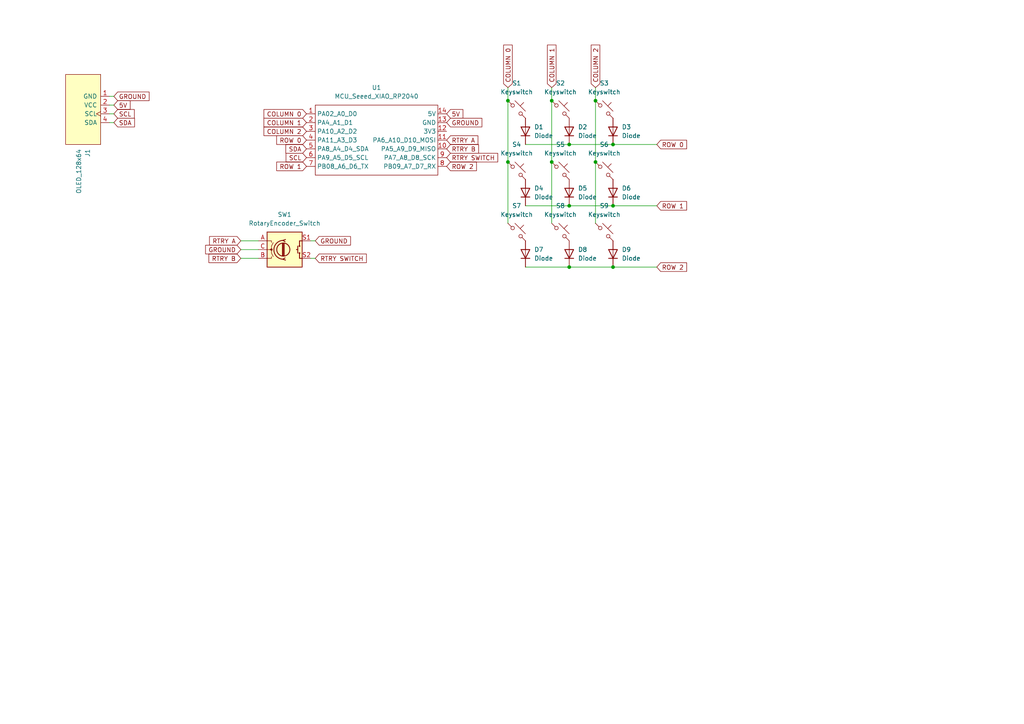
<source format=kicad_sch>
(kicad_sch
	(version 20231120)
	(generator "eeschema")
	(generator_version "8.0")
	(uuid "5de33897-e333-47fa-bc0c-7895067df0f4")
	(paper "A4")
	(lib_symbols
		(symbol "Device:RotaryEncoder_Switch"
			(pin_names
				(offset 0.254) hide)
			(exclude_from_sim no)
			(in_bom yes)
			(on_board yes)
			(property "Reference" "SW"
				(at 0 6.604 0)
				(effects
					(font
						(size 1.27 1.27)
					)
				)
			)
			(property "Value" "RotaryEncoder_Switch"
				(at 0 -6.604 0)
				(effects
					(font
						(size 1.27 1.27)
					)
				)
			)
			(property "Footprint" ""
				(at -3.81 4.064 0)
				(effects
					(font
						(size 1.27 1.27)
					)
					(hide yes)
				)
			)
			(property "Datasheet" "~"
				(at 0 6.604 0)
				(effects
					(font
						(size 1.27 1.27)
					)
					(hide yes)
				)
			)
			(property "Description" "Rotary encoder, dual channel, incremental quadrate outputs, with switch"
				(at 0 0 0)
				(effects
					(font
						(size 1.27 1.27)
					)
					(hide yes)
				)
			)
			(property "ki_keywords" "rotary switch encoder switch push button"
				(at 0 0 0)
				(effects
					(font
						(size 1.27 1.27)
					)
					(hide yes)
				)
			)
			(property "ki_fp_filters" "RotaryEncoder*Switch*"
				(at 0 0 0)
				(effects
					(font
						(size 1.27 1.27)
					)
					(hide yes)
				)
			)
			(symbol "RotaryEncoder_Switch_0_1"
				(rectangle
					(start -5.08 5.08)
					(end 5.08 -5.08)
					(stroke
						(width 0.254)
						(type default)
					)
					(fill
						(type background)
					)
				)
				(circle
					(center -3.81 0)
					(radius 0.254)
					(stroke
						(width 0)
						(type default)
					)
					(fill
						(type outline)
					)
				)
				(circle
					(center -0.381 0)
					(radius 1.905)
					(stroke
						(width 0.254)
						(type default)
					)
					(fill
						(type none)
					)
				)
				(arc
					(start -0.381 2.667)
					(mid -3.0988 -0.0635)
					(end -0.381 -2.794)
					(stroke
						(width 0.254)
						(type default)
					)
					(fill
						(type none)
					)
				)
				(polyline
					(pts
						(xy -0.635 -1.778) (xy -0.635 1.778)
					)
					(stroke
						(width 0.254)
						(type default)
					)
					(fill
						(type none)
					)
				)
				(polyline
					(pts
						(xy -0.381 -1.778) (xy -0.381 1.778)
					)
					(stroke
						(width 0.254)
						(type default)
					)
					(fill
						(type none)
					)
				)
				(polyline
					(pts
						(xy -0.127 1.778) (xy -0.127 -1.778)
					)
					(stroke
						(width 0.254)
						(type default)
					)
					(fill
						(type none)
					)
				)
				(polyline
					(pts
						(xy 3.81 0) (xy 3.429 0)
					)
					(stroke
						(width 0.254)
						(type default)
					)
					(fill
						(type none)
					)
				)
				(polyline
					(pts
						(xy 3.81 1.016) (xy 3.81 -1.016)
					)
					(stroke
						(width 0.254)
						(type default)
					)
					(fill
						(type none)
					)
				)
				(polyline
					(pts
						(xy -5.08 -2.54) (xy -3.81 -2.54) (xy -3.81 -2.032)
					)
					(stroke
						(width 0)
						(type default)
					)
					(fill
						(type none)
					)
				)
				(polyline
					(pts
						(xy -5.08 2.54) (xy -3.81 2.54) (xy -3.81 2.032)
					)
					(stroke
						(width 0)
						(type default)
					)
					(fill
						(type none)
					)
				)
				(polyline
					(pts
						(xy 0.254 -3.048) (xy -0.508 -2.794) (xy 0.127 -2.413)
					)
					(stroke
						(width 0.254)
						(type default)
					)
					(fill
						(type none)
					)
				)
				(polyline
					(pts
						(xy 0.254 2.921) (xy -0.508 2.667) (xy 0.127 2.286)
					)
					(stroke
						(width 0.254)
						(type default)
					)
					(fill
						(type none)
					)
				)
				(polyline
					(pts
						(xy 5.08 -2.54) (xy 4.318 -2.54) (xy 4.318 -1.016)
					)
					(stroke
						(width 0.254)
						(type default)
					)
					(fill
						(type none)
					)
				)
				(polyline
					(pts
						(xy 5.08 2.54) (xy 4.318 2.54) (xy 4.318 1.016)
					)
					(stroke
						(width 0.254)
						(type default)
					)
					(fill
						(type none)
					)
				)
				(polyline
					(pts
						(xy -5.08 0) (xy -3.81 0) (xy -3.81 -1.016) (xy -3.302 -2.032)
					)
					(stroke
						(width 0)
						(type default)
					)
					(fill
						(type none)
					)
				)
				(polyline
					(pts
						(xy -4.318 0) (xy -3.81 0) (xy -3.81 1.016) (xy -3.302 2.032)
					)
					(stroke
						(width 0)
						(type default)
					)
					(fill
						(type none)
					)
				)
				(circle
					(center 4.318 -1.016)
					(radius 0.127)
					(stroke
						(width 0.254)
						(type default)
					)
					(fill
						(type none)
					)
				)
				(circle
					(center 4.318 1.016)
					(radius 0.127)
					(stroke
						(width 0.254)
						(type default)
					)
					(fill
						(type none)
					)
				)
			)
			(symbol "RotaryEncoder_Switch_1_1"
				(pin passive line
					(at -7.62 2.54 0)
					(length 2.54)
					(name "A"
						(effects
							(font
								(size 1.27 1.27)
							)
						)
					)
					(number "A"
						(effects
							(font
								(size 1.27 1.27)
							)
						)
					)
				)
				(pin passive line
					(at -7.62 -2.54 0)
					(length 2.54)
					(name "B"
						(effects
							(font
								(size 1.27 1.27)
							)
						)
					)
					(number "B"
						(effects
							(font
								(size 1.27 1.27)
							)
						)
					)
				)
				(pin passive line
					(at -7.62 0 0)
					(length 2.54)
					(name "C"
						(effects
							(font
								(size 1.27 1.27)
							)
						)
					)
					(number "C"
						(effects
							(font
								(size 1.27 1.27)
							)
						)
					)
				)
				(pin passive line
					(at 7.62 2.54 180)
					(length 2.54)
					(name "S1"
						(effects
							(font
								(size 1.27 1.27)
							)
						)
					)
					(number "S1"
						(effects
							(font
								(size 1.27 1.27)
							)
						)
					)
				)
				(pin passive line
					(at 7.62 -2.54 180)
					(length 2.54)
					(name "S2"
						(effects
							(font
								(size 1.27 1.27)
							)
						)
					)
					(number "S2"
						(effects
							(font
								(size 1.27 1.27)
							)
						)
					)
				)
			)
		)
		(symbol "ScottoKeebs:MCU_Seeed_XIAO_RP2040"
			(exclude_from_sim no)
			(in_bom yes)
			(on_board yes)
			(property "Reference" "U"
				(at -16.51 11.43 0)
				(effects
					(font
						(size 1.27 1.27)
					)
				)
			)
			(property "Value" "MCU_Seeed_XIAO_RP2040"
				(at -3.81 -11.43 0)
				(effects
					(font
						(size 1.27 1.27)
					)
				)
			)
			(property "Footprint" ""
				(at -16.51 2.54 0)
				(effects
					(font
						(size 1.27 1.27)
					)
					(hide yes)
				)
			)
			(property "Datasheet" ""
				(at -16.51 2.54 0)
				(effects
					(font
						(size 1.27 1.27)
					)
					(hide yes)
				)
			)
			(property "Description" ""
				(at 0 0 0)
				(effects
					(font
						(size 1.27 1.27)
					)
					(hide yes)
				)
			)
			(symbol "MCU_Seeed_XIAO_RP2040_0_1"
				(rectangle
					(start -16.51 10.16)
					(end 19.05 -10.16)
					(stroke
						(width 0)
						(type default)
					)
					(fill
						(type none)
					)
				)
			)
			(symbol "MCU_Seeed_XIAO_RP2040_1_1"
				(pin passive line
					(at -19.05 7.62 0)
					(length 2.54)
					(name "PA02_A0_D0"
						(effects
							(font
								(size 1.27 1.27)
							)
						)
					)
					(number "1"
						(effects
							(font
								(size 1.27 1.27)
							)
						)
					)
				)
				(pin passive line
					(at 21.59 -2.54 180)
					(length 2.54)
					(name "PA5_A9_D9_MISO"
						(effects
							(font
								(size 1.27 1.27)
							)
						)
					)
					(number "10"
						(effects
							(font
								(size 1.27 1.27)
							)
						)
					)
				)
				(pin passive line
					(at 21.59 0 180)
					(length 2.54)
					(name "PA6_A10_D10_MOSI"
						(effects
							(font
								(size 1.27 1.27)
							)
						)
					)
					(number "11"
						(effects
							(font
								(size 1.27 1.27)
							)
						)
					)
				)
				(pin passive line
					(at 21.59 2.54 180)
					(length 2.54)
					(name "3V3"
						(effects
							(font
								(size 1.27 1.27)
							)
						)
					)
					(number "12"
						(effects
							(font
								(size 1.27 1.27)
							)
						)
					)
				)
				(pin passive line
					(at 21.59 5.08 180)
					(length 2.54)
					(name "GND"
						(effects
							(font
								(size 1.27 1.27)
							)
						)
					)
					(number "13"
						(effects
							(font
								(size 1.27 1.27)
							)
						)
					)
				)
				(pin passive line
					(at 21.59 7.62 180)
					(length 2.54)
					(name "5V"
						(effects
							(font
								(size 1.27 1.27)
							)
						)
					)
					(number "14"
						(effects
							(font
								(size 1.27 1.27)
							)
						)
					)
				)
				(pin passive line
					(at -19.05 5.08 0)
					(length 2.54)
					(name "PA4_A1_D1"
						(effects
							(font
								(size 1.27 1.27)
							)
						)
					)
					(number "2"
						(effects
							(font
								(size 1.27 1.27)
							)
						)
					)
				)
				(pin passive line
					(at -19.05 2.54 0)
					(length 2.54)
					(name "PA10_A2_D2"
						(effects
							(font
								(size 1.27 1.27)
							)
						)
					)
					(number "3"
						(effects
							(font
								(size 1.27 1.27)
							)
						)
					)
				)
				(pin passive line
					(at -19.05 0 0)
					(length 2.54)
					(name "PA11_A3_D3"
						(effects
							(font
								(size 1.27 1.27)
							)
						)
					)
					(number "4"
						(effects
							(font
								(size 1.27 1.27)
							)
						)
					)
				)
				(pin passive line
					(at -19.05 -2.54 0)
					(length 2.54)
					(name "PA8_A4_D4_SDA"
						(effects
							(font
								(size 1.27 1.27)
							)
						)
					)
					(number "5"
						(effects
							(font
								(size 1.27 1.27)
							)
						)
					)
				)
				(pin passive line
					(at -19.05 -5.08 0)
					(length 2.54)
					(name "PA9_A5_D5_SCL"
						(effects
							(font
								(size 1.27 1.27)
							)
						)
					)
					(number "6"
						(effects
							(font
								(size 1.27 1.27)
							)
						)
					)
				)
				(pin passive line
					(at -19.05 -7.62 0)
					(length 2.54)
					(name "PB08_A6_D6_TX"
						(effects
							(font
								(size 1.27 1.27)
							)
						)
					)
					(number "7"
						(effects
							(font
								(size 1.27 1.27)
							)
						)
					)
				)
				(pin passive line
					(at 21.59 -7.62 180)
					(length 2.54)
					(name "PB09_A7_D7_RX"
						(effects
							(font
								(size 1.27 1.27)
							)
						)
					)
					(number "8"
						(effects
							(font
								(size 1.27 1.27)
							)
						)
					)
				)
				(pin passive line
					(at 21.59 -5.08 180)
					(length 2.54)
					(name "PA7_A8_D8_SCK"
						(effects
							(font
								(size 1.27 1.27)
							)
						)
					)
					(number "9"
						(effects
							(font
								(size 1.27 1.27)
							)
						)
					)
				)
			)
		)
		(symbol "ScottoKeebs:OLED_128x64"
			(pin_names
				(offset 1.016)
			)
			(exclude_from_sim no)
			(in_bom yes)
			(on_board yes)
			(property "Reference" "J"
				(at 0 -11.43 0)
				(effects
					(font
						(size 1.27 1.27)
					)
				)
			)
			(property "Value" "OLED_128x64"
				(at 0 -7.62 0)
				(effects
					(font
						(size 1.27 1.27)
					)
				)
			)
			(property "Footprint" "ScottoKeebs_Components:OLED_128x64"
				(at 0 -13.97 0)
				(effects
					(font
						(size 1.27 1.27)
					)
					(hide yes)
				)
			)
			(property "Datasheet" ""
				(at 1.27 0 90)
				(effects
					(font
						(size 1.27 1.27)
					)
					(hide yes)
				)
			)
			(property "Description" ""
				(at 0 0 0)
				(effects
					(font
						(size 1.27 1.27)
					)
					(hide yes)
				)
			)
			(symbol "OLED_128x64_0_1"
				(rectangle
					(start 10.16 -10.16)
					(end -10.16 0)
					(stroke
						(width 0)
						(type default)
					)
					(fill
						(type background)
					)
				)
			)
			(symbol "OLED_128x64_1_1"
				(pin power_in line
					(at -3.81 2.54 270)
					(length 2.54)
					(name "GND"
						(effects
							(font
								(size 1.27 1.27)
							)
						)
					)
					(number "1"
						(effects
							(font
								(size 1.27 1.27)
							)
						)
					)
				)
				(pin power_in line
					(at -1.27 2.54 270)
					(length 2.54)
					(name "VCC"
						(effects
							(font
								(size 1.27 1.27)
							)
						)
					)
					(number "2"
						(effects
							(font
								(size 1.27 1.27)
							)
						)
					)
				)
				(pin input clock
					(at 1.27 2.54 270)
					(length 2.54)
					(name "SCL"
						(effects
							(font
								(size 1.27 1.27)
							)
						)
					)
					(number "3"
						(effects
							(font
								(size 1.27 1.27)
							)
						)
					)
				)
				(pin bidirectional line
					(at 3.81 2.54 270)
					(length 2.54)
					(name "SDA"
						(effects
							(font
								(size 1.27 1.27)
							)
						)
					)
					(number "4"
						(effects
							(font
								(size 1.27 1.27)
							)
						)
					)
				)
			)
		)
		(symbol "ScottoKeebs:Placeholder_Diode"
			(pin_numbers hide)
			(pin_names hide)
			(exclude_from_sim no)
			(in_bom yes)
			(on_board yes)
			(property "Reference" "D"
				(at 0 2.54 0)
				(effects
					(font
						(size 1.27 1.27)
					)
				)
			)
			(property "Value" "Diode"
				(at 0 -2.54 0)
				(effects
					(font
						(size 1.27 1.27)
					)
				)
			)
			(property "Footprint" ""
				(at 0 0 0)
				(effects
					(font
						(size 1.27 1.27)
					)
					(hide yes)
				)
			)
			(property "Datasheet" ""
				(at 0 0 0)
				(effects
					(font
						(size 1.27 1.27)
					)
					(hide yes)
				)
			)
			(property "Description" "1N4148 (DO-35) or 1N4148W (SOD-123)"
				(at 0 0 0)
				(effects
					(font
						(size 1.27 1.27)
					)
					(hide yes)
				)
			)
			(property "Sim.Device" "D"
				(at 0 0 0)
				(effects
					(font
						(size 1.27 1.27)
					)
					(hide yes)
				)
			)
			(property "Sim.Pins" "1=K 2=A"
				(at 0 0 0)
				(effects
					(font
						(size 1.27 1.27)
					)
					(hide yes)
				)
			)
			(property "ki_keywords" "diode"
				(at 0 0 0)
				(effects
					(font
						(size 1.27 1.27)
					)
					(hide yes)
				)
			)
			(property "ki_fp_filters" "D*DO?35*"
				(at 0 0 0)
				(effects
					(font
						(size 1.27 1.27)
					)
					(hide yes)
				)
			)
			(symbol "Placeholder_Diode_0_1"
				(polyline
					(pts
						(xy -1.27 1.27) (xy -1.27 -1.27)
					)
					(stroke
						(width 0.254)
						(type default)
					)
					(fill
						(type none)
					)
				)
				(polyline
					(pts
						(xy 1.27 0) (xy -1.27 0)
					)
					(stroke
						(width 0)
						(type default)
					)
					(fill
						(type none)
					)
				)
				(polyline
					(pts
						(xy 1.27 1.27) (xy 1.27 -1.27) (xy -1.27 0) (xy 1.27 1.27)
					)
					(stroke
						(width 0.254)
						(type default)
					)
					(fill
						(type none)
					)
				)
			)
			(symbol "Placeholder_Diode_1_1"
				(pin passive line
					(at -3.81 0 0)
					(length 2.54)
					(name "K"
						(effects
							(font
								(size 1.27 1.27)
							)
						)
					)
					(number "1"
						(effects
							(font
								(size 1.27 1.27)
							)
						)
					)
				)
				(pin passive line
					(at 3.81 0 180)
					(length 2.54)
					(name "A"
						(effects
							(font
								(size 1.27 1.27)
							)
						)
					)
					(number "2"
						(effects
							(font
								(size 1.27 1.27)
							)
						)
					)
				)
			)
		)
		(symbol "ScottoKeebs:Placeholder_Keyswitch"
			(pin_numbers hide)
			(pin_names
				(offset 1.016) hide)
			(exclude_from_sim no)
			(in_bom yes)
			(on_board yes)
			(property "Reference" "S"
				(at 3.048 1.016 0)
				(effects
					(font
						(size 1.27 1.27)
					)
					(justify left)
				)
			)
			(property "Value" "Keyswitch"
				(at 0 -3.81 0)
				(effects
					(font
						(size 1.27 1.27)
					)
				)
			)
			(property "Footprint" ""
				(at 0 0 0)
				(effects
					(font
						(size 1.27 1.27)
					)
					(hide yes)
				)
			)
			(property "Datasheet" "~"
				(at 0 0 0)
				(effects
					(font
						(size 1.27 1.27)
					)
					(hide yes)
				)
			)
			(property "Description" "Push button switch, normally open, two pins, 45° tilted"
				(at 0 0 0)
				(effects
					(font
						(size 1.27 1.27)
					)
					(hide yes)
				)
			)
			(property "ki_keywords" "switch normally-open pushbutton push-button"
				(at 0 0 0)
				(effects
					(font
						(size 1.27 1.27)
					)
					(hide yes)
				)
			)
			(symbol "Placeholder_Keyswitch_0_1"
				(circle
					(center -1.1684 1.1684)
					(radius 0.508)
					(stroke
						(width 0)
						(type default)
					)
					(fill
						(type none)
					)
				)
				(polyline
					(pts
						(xy -0.508 2.54) (xy 2.54 -0.508)
					)
					(stroke
						(width 0)
						(type default)
					)
					(fill
						(type none)
					)
				)
				(polyline
					(pts
						(xy 1.016 1.016) (xy 2.032 2.032)
					)
					(stroke
						(width 0)
						(type default)
					)
					(fill
						(type none)
					)
				)
				(polyline
					(pts
						(xy -2.54 2.54) (xy -1.524 1.524) (xy -1.524 1.524)
					)
					(stroke
						(width 0)
						(type default)
					)
					(fill
						(type none)
					)
				)
				(polyline
					(pts
						(xy 1.524 -1.524) (xy 2.54 -2.54) (xy 2.54 -2.54) (xy 2.54 -2.54)
					)
					(stroke
						(width 0)
						(type default)
					)
					(fill
						(type none)
					)
				)
				(circle
					(center 1.143 -1.1938)
					(radius 0.508)
					(stroke
						(width 0)
						(type default)
					)
					(fill
						(type none)
					)
				)
				(pin passive line
					(at -2.54 2.54 0)
					(length 0)
					(name "1"
						(effects
							(font
								(size 1.27 1.27)
							)
						)
					)
					(number "1"
						(effects
							(font
								(size 1.27 1.27)
							)
						)
					)
				)
				(pin passive line
					(at 2.54 -2.54 180)
					(length 0)
					(name "2"
						(effects
							(font
								(size 1.27 1.27)
							)
						)
					)
					(number "2"
						(effects
							(font
								(size 1.27 1.27)
							)
						)
					)
				)
			)
		)
	)
	(junction
		(at 177.8 59.69)
		(diameter 0)
		(color 0 0 0 0)
		(uuid "1dd153e5-eded-4fea-b6a4-3a7f8c2d8b5d")
	)
	(junction
		(at 172.72 29.21)
		(diameter 0)
		(color 0 0 0 0)
		(uuid "35b1f211-f021-4729-a53f-d0a17e32140c")
	)
	(junction
		(at 147.32 29.21)
		(diameter 0)
		(color 0 0 0 0)
		(uuid "41944458-5d98-4d1d-80d1-360450312d70")
	)
	(junction
		(at 160.02 29.21)
		(diameter 0)
		(color 0 0 0 0)
		(uuid "490f29c8-ceb3-4056-8d45-77647c9492e3")
	)
	(junction
		(at 165.1 41.91)
		(diameter 0)
		(color 0 0 0 0)
		(uuid "571ecba9-9e7e-40d8-b39c-17ab4ac5113c")
	)
	(junction
		(at 177.8 41.91)
		(diameter 0)
		(color 0 0 0 0)
		(uuid "78ec05d6-d8fd-437a-ae3b-07a348ad4671")
	)
	(junction
		(at 172.72 46.99)
		(diameter 0)
		(color 0 0 0 0)
		(uuid "81562528-ce25-4612-9739-bcbbd03d7967")
	)
	(junction
		(at 177.8 77.47)
		(diameter 0)
		(color 0 0 0 0)
		(uuid "9a9bc289-c039-45ba-a1bb-25db4fc6ce2a")
	)
	(junction
		(at 147.32 46.99)
		(diameter 0)
		(color 0 0 0 0)
		(uuid "a8e887fd-2830-424f-9bef-09ed38300f92")
	)
	(junction
		(at 165.1 77.47)
		(diameter 0)
		(color 0 0 0 0)
		(uuid "ab77277a-4e6b-479d-a2f0-b6558e4d8757")
	)
	(junction
		(at 165.1 59.69)
		(diameter 0)
		(color 0 0 0 0)
		(uuid "c54d3d2d-d548-40e4-90be-ffd9fd56231c")
	)
	(junction
		(at 160.02 46.99)
		(diameter 0)
		(color 0 0 0 0)
		(uuid "e17c7570-ff17-4491-a3fb-1d13b3ca3ce8")
	)
	(wire
		(pts
			(xy 152.4 77.47) (xy 165.1 77.47)
		)
		(stroke
			(width 0)
			(type default)
		)
		(uuid "01b1ff93-222c-432a-ae7a-b438fd2436ea")
	)
	(wire
		(pts
			(xy 160.02 46.99) (xy 160.02 64.77)
		)
		(stroke
			(width 0)
			(type default)
		)
		(uuid "05c2dc60-026f-4c35-ac9c-ce928aa5af07")
	)
	(wire
		(pts
			(xy 172.72 25.4) (xy 172.72 29.21)
		)
		(stroke
			(width 0)
			(type default)
		)
		(uuid "1971e852-e358-404f-8627-688cf0f287ab")
	)
	(wire
		(pts
			(xy 165.1 59.69) (xy 177.8 59.69)
		)
		(stroke
			(width 0)
			(type default)
		)
		(uuid "1b10d8d4-3680-4e6b-91e5-3b30e4b6a990")
	)
	(wire
		(pts
			(xy 147.32 25.4) (xy 147.32 29.21)
		)
		(stroke
			(width 0)
			(type default)
		)
		(uuid "22389911-e6cd-408e-90ac-8bef46255a70")
	)
	(wire
		(pts
			(xy 160.02 25.4) (xy 160.02 29.21)
		)
		(stroke
			(width 0)
			(type default)
		)
		(uuid "31376a4e-d89b-42f1-b677-4d74465e37bf")
	)
	(wire
		(pts
			(xy 33.02 35.56) (xy 31.75 35.56)
		)
		(stroke
			(width 0)
			(type default)
		)
		(uuid "42a7d738-6532-4572-a7d6-a9c29ed92a6d")
	)
	(wire
		(pts
			(xy 147.32 29.21) (xy 147.32 46.99)
		)
		(stroke
			(width 0)
			(type default)
		)
		(uuid "5e8fe7b7-9b7f-4468-b914-1094ec79e8da")
	)
	(wire
		(pts
			(xy 69.85 69.85) (xy 74.93 69.85)
		)
		(stroke
			(width 0)
			(type default)
		)
		(uuid "692aa4b3-b9f6-4e93-a6dd-85ae0090a49e")
	)
	(wire
		(pts
			(xy 152.4 59.69) (xy 165.1 59.69)
		)
		(stroke
			(width 0)
			(type default)
		)
		(uuid "6db74d71-6202-4330-8adc-8bb5a9756796")
	)
	(wire
		(pts
			(xy 91.44 69.85) (xy 90.17 69.85)
		)
		(stroke
			(width 0)
			(type default)
		)
		(uuid "6f73e35e-883e-4bcd-bcd7-1e7e772b3cf8")
	)
	(wire
		(pts
			(xy 152.4 41.91) (xy 165.1 41.91)
		)
		(stroke
			(width 0)
			(type default)
		)
		(uuid "7755bbb1-a957-4502-9c19-9345580cf041")
	)
	(wire
		(pts
			(xy 31.75 27.94) (xy 33.02 27.94)
		)
		(stroke
			(width 0)
			(type default)
		)
		(uuid "85b512e9-01d7-453c-baa6-d19b2c1fbde3")
	)
	(wire
		(pts
			(xy 91.44 74.93) (xy 90.17 74.93)
		)
		(stroke
			(width 0)
			(type default)
		)
		(uuid "90b550f5-4206-486e-a848-8a0a1f27018b")
	)
	(wire
		(pts
			(xy 165.1 77.47) (xy 177.8 77.47)
		)
		(stroke
			(width 0)
			(type default)
		)
		(uuid "94aef82f-82e8-4ed5-805c-ff54b31dfd45")
	)
	(wire
		(pts
			(xy 69.85 72.39) (xy 74.93 72.39)
		)
		(stroke
			(width 0)
			(type default)
		)
		(uuid "9e252f0a-550f-4198-900f-fa829fb33fbc")
	)
	(wire
		(pts
			(xy 190.5 41.91) (xy 177.8 41.91)
		)
		(stroke
			(width 0)
			(type default)
		)
		(uuid "a23ad6ae-08e7-46f2-b54c-312cd2820db8")
	)
	(wire
		(pts
			(xy 177.8 77.47) (xy 190.5 77.47)
		)
		(stroke
			(width 0)
			(type default)
		)
		(uuid "ab353e68-3006-4548-b451-e6326c26ab22")
	)
	(wire
		(pts
			(xy 165.1 41.91) (xy 177.8 41.91)
		)
		(stroke
			(width 0)
			(type default)
		)
		(uuid "b6d76e52-9835-4a89-8c11-727fd2ab8d10")
	)
	(wire
		(pts
			(xy 160.02 29.21) (xy 160.02 46.99)
		)
		(stroke
			(width 0)
			(type default)
		)
		(uuid "bec8b9ae-51d2-4a62-a4d4-d68e8dadca35")
	)
	(wire
		(pts
			(xy 33.02 30.48) (xy 31.75 30.48)
		)
		(stroke
			(width 0)
			(type default)
		)
		(uuid "c1cd67c8-10b3-4586-9876-f2063970887f")
	)
	(wire
		(pts
			(xy 177.8 59.69) (xy 190.5 59.69)
		)
		(stroke
			(width 0)
			(type default)
		)
		(uuid "dbb57025-21e3-4724-935c-1b49e73f9359")
	)
	(wire
		(pts
			(xy 172.72 29.21) (xy 172.72 46.99)
		)
		(stroke
			(width 0)
			(type default)
		)
		(uuid "df13bd9c-4d0a-4fb7-a088-d1e9e51f665d")
	)
	(wire
		(pts
			(xy 172.72 46.99) (xy 172.72 64.77)
		)
		(stroke
			(width 0)
			(type default)
		)
		(uuid "e605d19c-72d4-4a86-ae56-10b4c433b487")
	)
	(wire
		(pts
			(xy 69.85 74.93) (xy 74.93 74.93)
		)
		(stroke
			(width 0)
			(type default)
		)
		(uuid "e99bd34d-45bb-4a3a-ac27-5def614457db")
	)
	(wire
		(pts
			(xy 147.32 46.99) (xy 147.32 64.77)
		)
		(stroke
			(width 0)
			(type default)
		)
		(uuid "eeb8b5c0-837a-4430-a427-10907482883a")
	)
	(wire
		(pts
			(xy 33.02 33.02) (xy 31.75 33.02)
		)
		(stroke
			(width 0)
			(type default)
		)
		(uuid "f43699f1-4369-4550-8608-b39215f24d5d")
	)
	(global_label "RTRY A"
		(shape input)
		(at 129.54 40.64 0)
		(fields_autoplaced yes)
		(effects
			(font
				(size 1.27 1.27)
			)
			(justify left)
		)
		(uuid "1926caec-fa07-4b87-a7b4-f3c22719ea25")
		(property "Intersheetrefs" "${INTERSHEET_REFS}"
			(at 139.1776 40.64 0)
			(effects
				(font
					(size 1.27 1.27)
				)
				(justify left)
				(hide yes)
			)
		)
	)
	(global_label "SDA"
		(shape input)
		(at 33.02 35.56 0)
		(fields_autoplaced yes)
		(effects
			(font
				(size 1.27 1.27)
			)
			(justify left)
		)
		(uuid "2e02f802-a738-4755-9bfa-a075fb8fedd1")
		(property "Intersheetrefs" "${INTERSHEET_REFS}"
			(at 39.5733 35.56 0)
			(effects
				(font
					(size 1.27 1.27)
				)
				(justify left)
				(hide yes)
			)
		)
	)
	(global_label "ROW 1"
		(shape input)
		(at 190.5 59.69 0)
		(fields_autoplaced yes)
		(effects
			(font
				(size 1.27 1.27)
			)
			(justify left)
		)
		(uuid "3486d40a-72a8-4e31-85ef-616cca7fd28d")
		(property "Intersheetrefs" "${INTERSHEET_REFS}"
			(at 199.7142 59.69 0)
			(effects
				(font
					(size 1.27 1.27)
				)
				(justify left)
				(hide yes)
			)
		)
	)
	(global_label "COLUMN 0"
		(shape input)
		(at 147.32 25.4 90)
		(fields_autoplaced yes)
		(effects
			(font
				(size 1.27 1.27)
			)
			(justify left)
		)
		(uuid "3a89991f-4640-492f-aa0f-53575e90eb8b")
		(property "Intersheetrefs" "${INTERSHEET_REFS}"
			(at 147.32 12.4967 90)
			(effects
				(font
					(size 1.27 1.27)
				)
				(justify left)
				(hide yes)
			)
		)
	)
	(global_label "GROUND"
		(shape input)
		(at 69.85 72.39 180)
		(fields_autoplaced yes)
		(effects
			(font
				(size 1.27 1.27)
			)
			(justify right)
		)
		(uuid "58d3181b-df91-4938-861e-1b1d45f8d6d5")
		(property "Intersheetrefs" "${INTERSHEET_REFS}"
			(at 59.0633 72.39 0)
			(effects
				(font
					(size 1.27 1.27)
				)
				(justify right)
				(hide yes)
			)
		)
	)
	(global_label "COLUMN 0"
		(shape input)
		(at 88.9 33.02 180)
		(fields_autoplaced yes)
		(effects
			(font
				(size 1.27 1.27)
			)
			(justify right)
		)
		(uuid "5be7045b-f576-46fe-a2cb-517ff986166f")
		(property "Intersheetrefs" "${INTERSHEET_REFS}"
			(at 75.9967 33.02 0)
			(effects
				(font
					(size 1.27 1.27)
				)
				(justify right)
				(hide yes)
			)
		)
	)
	(global_label "5V"
		(shape input)
		(at 129.54 33.02 0)
		(fields_autoplaced yes)
		(effects
			(font
				(size 1.27 1.27)
			)
			(justify left)
		)
		(uuid "5eb60fc5-0621-41fa-8d1f-8f0f4ec1ce19")
		(property "Intersheetrefs" "${INTERSHEET_REFS}"
			(at 134.8233 33.02 0)
			(effects
				(font
					(size 1.27 1.27)
				)
				(justify left)
				(hide yes)
			)
		)
	)
	(global_label "RTRY A"
		(shape input)
		(at 69.85 69.85 180)
		(fields_autoplaced yes)
		(effects
			(font
				(size 1.27 1.27)
			)
			(justify right)
		)
		(uuid "60d889f9-5818-4913-8bee-ce71669898c7")
		(property "Intersheetrefs" "${INTERSHEET_REFS}"
			(at 60.2124 69.85 0)
			(effects
				(font
					(size 1.27 1.27)
				)
				(justify right)
				(hide yes)
			)
		)
	)
	(global_label "ROW 2"
		(shape input)
		(at 190.5 77.47 0)
		(fields_autoplaced yes)
		(effects
			(font
				(size 1.27 1.27)
			)
			(justify left)
		)
		(uuid "615c9646-5e3b-4d15-90e8-2026bedd104c")
		(property "Intersheetrefs" "${INTERSHEET_REFS}"
			(at 199.7142 77.47 0)
			(effects
				(font
					(size 1.27 1.27)
				)
				(justify left)
				(hide yes)
			)
		)
	)
	(global_label "COLUMN 2"
		(shape input)
		(at 88.9 38.1 180)
		(fields_autoplaced yes)
		(effects
			(font
				(size 1.27 1.27)
			)
			(justify right)
		)
		(uuid "643ca26a-6904-4280-8a0d-6db26258032b")
		(property "Intersheetrefs" "${INTERSHEET_REFS}"
			(at 75.9967 38.1 0)
			(effects
				(font
					(size 1.27 1.27)
				)
				(justify right)
				(hide yes)
			)
		)
	)
	(global_label "5V"
		(shape input)
		(at 33.02 30.48 0)
		(fields_autoplaced yes)
		(effects
			(font
				(size 1.27 1.27)
			)
			(justify left)
		)
		(uuid "6bd981dd-b83b-4ed7-9bd6-42f1da89d310")
		(property "Intersheetrefs" "${INTERSHEET_REFS}"
			(at 38.3033 30.48 0)
			(effects
				(font
					(size 1.27 1.27)
				)
				(justify left)
				(hide yes)
			)
		)
	)
	(global_label "ROW 2"
		(shape input)
		(at 129.54 48.26 0)
		(fields_autoplaced yes)
		(effects
			(font
				(size 1.27 1.27)
			)
			(justify left)
		)
		(uuid "6ddd56d7-ff5b-4488-a84e-b0f686ebe921")
		(property "Intersheetrefs" "${INTERSHEET_REFS}"
			(at 138.7542 48.26 0)
			(effects
				(font
					(size 1.27 1.27)
				)
				(justify left)
				(hide yes)
			)
		)
	)
	(global_label "SCL"
		(shape input)
		(at 33.02 33.02 0)
		(fields_autoplaced yes)
		(effects
			(font
				(size 1.27 1.27)
			)
			(justify left)
		)
		(uuid "75665367-90ff-43b4-ba8e-042c162357e3")
		(property "Intersheetrefs" "${INTERSHEET_REFS}"
			(at 39.5128 33.02 0)
			(effects
				(font
					(size 1.27 1.27)
				)
				(justify left)
				(hide yes)
			)
		)
	)
	(global_label "GROUND"
		(shape input)
		(at 129.54 35.56 0)
		(fields_autoplaced yes)
		(effects
			(font
				(size 1.27 1.27)
			)
			(justify left)
		)
		(uuid "9414ca8a-0b2e-4fb6-ada1-99e22d36d605")
		(property "Intersheetrefs" "${INTERSHEET_REFS}"
			(at 140.3267 35.56 0)
			(effects
				(font
					(size 1.27 1.27)
				)
				(justify left)
				(hide yes)
			)
		)
	)
	(global_label "RTRY SWITCH"
		(shape input)
		(at 129.54 45.72 0)
		(fields_autoplaced yes)
		(effects
			(font
				(size 1.27 1.27)
			)
			(justify left)
		)
		(uuid "9c652cc0-6cf0-4362-9395-7f1f2ff77579")
		(property "Intersheetrefs" "${INTERSHEET_REFS}"
			(at 144.9228 45.72 0)
			(effects
				(font
					(size 1.27 1.27)
				)
				(justify left)
				(hide yes)
			)
		)
	)
	(global_label "ROW 0"
		(shape input)
		(at 190.5 41.91 0)
		(fields_autoplaced yes)
		(effects
			(font
				(size 1.27 1.27)
			)
			(justify left)
		)
		(uuid "9edf5fa7-8fe2-483d-b8f7-f32923a827e3")
		(property "Intersheetrefs" "${INTERSHEET_REFS}"
			(at 199.7142 41.91 0)
			(effects
				(font
					(size 1.27 1.27)
				)
				(justify left)
				(hide yes)
			)
		)
	)
	(global_label "ROW 1"
		(shape input)
		(at 88.9 48.26 180)
		(fields_autoplaced yes)
		(effects
			(font
				(size 1.27 1.27)
			)
			(justify right)
		)
		(uuid "a1f53af5-b54e-4ac4-b44a-52969a0368d9")
		(property "Intersheetrefs" "${INTERSHEET_REFS}"
			(at 79.6858 48.26 0)
			(effects
				(font
					(size 1.27 1.27)
				)
				(justify right)
				(hide yes)
			)
		)
	)
	(global_label "COLUMN 2"
		(shape input)
		(at 172.72 25.4 90)
		(fields_autoplaced yes)
		(effects
			(font
				(size 1.27 1.27)
			)
			(justify left)
		)
		(uuid "ae682abb-4cc6-4446-9d4e-0d517b3a6a9d")
		(property "Intersheetrefs" "${INTERSHEET_REFS}"
			(at 172.72 12.4967 90)
			(effects
				(font
					(size 1.27 1.27)
				)
				(justify left)
				(hide yes)
			)
		)
	)
	(global_label "COLUMN 1"
		(shape input)
		(at 160.02 25.4 90)
		(fields_autoplaced yes)
		(effects
			(font
				(size 1.27 1.27)
			)
			(justify left)
		)
		(uuid "bf5452a6-3f1b-4fb8-99a4-b4b315cfabcb")
		(property "Intersheetrefs" "${INTERSHEET_REFS}"
			(at 160.02 12.4967 90)
			(effects
				(font
					(size 1.27 1.27)
				)
				(justify left)
				(hide yes)
			)
		)
	)
	(global_label "COLUMN 1"
		(shape input)
		(at 88.9 35.56 180)
		(fields_autoplaced yes)
		(effects
			(font
				(size 1.27 1.27)
			)
			(justify right)
		)
		(uuid "c3c51f23-b6b8-4c26-8b1d-40adb7b4c177")
		(property "Intersheetrefs" "${INTERSHEET_REFS}"
			(at 75.9967 35.56 0)
			(effects
				(font
					(size 1.27 1.27)
				)
				(justify right)
				(hide yes)
			)
		)
	)
	(global_label "SCL"
		(shape input)
		(at 88.9 45.72 180)
		(fields_autoplaced yes)
		(effects
			(font
				(size 1.27 1.27)
			)
			(justify right)
		)
		(uuid "ccaf3895-261f-48b1-ae99-d8f68f6704fa")
		(property "Intersheetrefs" "${INTERSHEET_REFS}"
			(at 82.4072 45.72 0)
			(effects
				(font
					(size 1.27 1.27)
				)
				(justify right)
				(hide yes)
			)
		)
	)
	(global_label "GROUND"
		(shape input)
		(at 33.02 27.94 0)
		(fields_autoplaced yes)
		(effects
			(font
				(size 1.27 1.27)
			)
			(justify left)
		)
		(uuid "dce02b83-414c-4c0a-a679-c8e0e17aa483")
		(property "Intersheetrefs" "${INTERSHEET_REFS}"
			(at 43.8067 27.94 0)
			(effects
				(font
					(size 1.27 1.27)
				)
				(justify left)
				(hide yes)
			)
		)
	)
	(global_label "RTRY SWITCH"
		(shape input)
		(at 91.44 74.93 0)
		(fields_autoplaced yes)
		(effects
			(font
				(size 1.27 1.27)
			)
			(justify left)
		)
		(uuid "de4a961a-f45d-4df2-bed9-1dfd4fd0b6b3")
		(property "Intersheetrefs" "${INTERSHEET_REFS}"
			(at 106.8228 74.93 0)
			(effects
				(font
					(size 1.27 1.27)
				)
				(justify left)
				(hide yes)
			)
		)
	)
	(global_label "GROUND"
		(shape input)
		(at 91.44 69.85 0)
		(fields_autoplaced yes)
		(effects
			(font
				(size 1.27 1.27)
			)
			(justify left)
		)
		(uuid "e6f4d370-3292-47de-bdfc-2cf863cbc37c")
		(property "Intersheetrefs" "${INTERSHEET_REFS}"
			(at 102.2267 69.85 0)
			(effects
				(font
					(size 1.27 1.27)
				)
				(justify left)
				(hide yes)
			)
		)
	)
	(global_label "SDA"
		(shape input)
		(at 88.9 43.18 180)
		(fields_autoplaced yes)
		(effects
			(font
				(size 1.27 1.27)
			)
			(justify right)
		)
		(uuid "ec681022-fec3-410e-b08f-ce54ec6be3a3")
		(property "Intersheetrefs" "${INTERSHEET_REFS}"
			(at 82.3467 43.18 0)
			(effects
				(font
					(size 1.27 1.27)
				)
				(justify right)
				(hide yes)
			)
		)
	)
	(global_label "ROW 0"
		(shape input)
		(at 88.9 40.64 180)
		(fields_autoplaced yes)
		(effects
			(font
				(size 1.27 1.27)
			)
			(justify right)
		)
		(uuid "f7a5d3b4-ae10-4641-98d4-e461021e286e")
		(property "Intersheetrefs" "${INTERSHEET_REFS}"
			(at 79.6858 40.64 0)
			(effects
				(font
					(size 1.27 1.27)
				)
				(justify right)
				(hide yes)
			)
		)
	)
	(global_label "RTRY B"
		(shape input)
		(at 69.85 74.93 180)
		(fields_autoplaced yes)
		(effects
			(font
				(size 1.27 1.27)
			)
			(justify right)
		)
		(uuid "fca427df-bf85-463a-8213-35eec1cbe490")
		(property "Intersheetrefs" "${INTERSHEET_REFS}"
			(at 60.031 74.93 0)
			(effects
				(font
					(size 1.27 1.27)
				)
				(justify right)
				(hide yes)
			)
		)
	)
	(global_label "RTRY B"
		(shape input)
		(at 129.54 43.18 0)
		(fields_autoplaced yes)
		(effects
			(font
				(size 1.27 1.27)
			)
			(justify left)
		)
		(uuid "fdee838b-ecec-45da-855a-da0a7bfcc334")
		(property "Intersheetrefs" "${INTERSHEET_REFS}"
			(at 139.359 43.18 0)
			(effects
				(font
					(size 1.27 1.27)
				)
				(justify left)
				(hide yes)
			)
		)
	)
	(symbol
		(lib_id "ScottoKeebs:Placeholder_Diode")
		(at 152.4 38.1 90)
		(unit 1)
		(exclude_from_sim no)
		(in_bom yes)
		(on_board yes)
		(dnp no)
		(fields_autoplaced yes)
		(uuid "11a715bd-5efc-490e-ac26-339adbc33943")
		(property "Reference" "D1"
			(at 154.94 36.8299 90)
			(effects
				(font
					(size 1.27 1.27)
				)
				(justify right)
			)
		)
		(property "Value" "Diode"
			(at 154.94 39.3699 90)
			(effects
				(font
					(size 1.27 1.27)
				)
				(justify right)
			)
		)
		(property "Footprint" "ScottoKeebs_Components:Diode_DO-35"
			(at 152.4 38.1 0)
			(effects
				(font
					(size 1.27 1.27)
				)
				(hide yes)
			)
		)
		(property "Datasheet" ""
			(at 152.4 38.1 0)
			(effects
				(font
					(size 1.27 1.27)
				)
				(hide yes)
			)
		)
		(property "Description" "1N4148 (DO-35) or 1N4148W (SOD-123)"
			(at 152.4 38.1 0)
			(effects
				(font
					(size 1.27 1.27)
				)
				(hide yes)
			)
		)
		(property "Sim.Device" "D"
			(at 152.4 38.1 0)
			(effects
				(font
					(size 1.27 1.27)
				)
				(hide yes)
			)
		)
		(property "Sim.Pins" "1=K 2=A"
			(at 152.4 38.1 0)
			(effects
				(font
					(size 1.27 1.27)
				)
				(hide yes)
			)
		)
		(pin "2"
			(uuid "c40ed444-53c8-4b9d-bea1-ed0cc0cc0d3d")
		)
		(pin "1"
			(uuid "1a533857-f2a9-4690-99ff-6e86cac6e334")
		)
		(instances
			(project ""
				(path "/5de33897-e333-47fa-bc0c-7895067df0f4"
					(reference "D1")
					(unit 1)
				)
			)
		)
	)
	(symbol
		(lib_id "ScottoKeebs:Placeholder_Keyswitch")
		(at 149.86 67.31 0)
		(unit 1)
		(exclude_from_sim no)
		(in_bom yes)
		(on_board yes)
		(dnp no)
		(fields_autoplaced yes)
		(uuid "1c397e03-08c8-4c46-adc2-d4f9f612e0bc")
		(property "Reference" "S7"
			(at 149.86 59.69 0)
			(effects
				(font
					(size 1.27 1.27)
				)
			)
		)
		(property "Value" "Keyswitch"
			(at 149.86 62.23 0)
			(effects
				(font
					(size 1.27 1.27)
				)
			)
		)
		(property "Footprint" "ScottoKeebs_MX:MX_PCB_1.00u"
			(at 149.86 67.31 0)
			(effects
				(font
					(size 1.27 1.27)
				)
				(hide yes)
			)
		)
		(property "Datasheet" "~"
			(at 149.86 67.31 0)
			(effects
				(font
					(size 1.27 1.27)
				)
				(hide yes)
			)
		)
		(property "Description" "Push button switch, normally open, two pins, 45° tilted"
			(at 149.86 67.31 0)
			(effects
				(font
					(size 1.27 1.27)
				)
				(hide yes)
			)
		)
		(pin "2"
			(uuid "e89df0e2-426c-45f3-bd5f-b3b40ab75dbc")
		)
		(pin "1"
			(uuid "e5e52fc0-d060-41c3-9d34-cb2229ce3ef4")
		)
		(instances
			(project "Hackpad"
				(path "/5de33897-e333-47fa-bc0c-7895067df0f4"
					(reference "S7")
					(unit 1)
				)
			)
		)
	)
	(symbol
		(lib_id "ScottoKeebs:Placeholder_Diode")
		(at 177.8 38.1 90)
		(unit 1)
		(exclude_from_sim no)
		(in_bom yes)
		(on_board yes)
		(dnp no)
		(fields_autoplaced yes)
		(uuid "1f5e3f10-f646-4be7-be8b-d161af9e13da")
		(property "Reference" "D3"
			(at 180.34 36.8299 90)
			(effects
				(font
					(size 1.27 1.27)
				)
				(justify right)
			)
		)
		(property "Value" "Diode"
			(at 180.34 39.3699 90)
			(effects
				(font
					(size 1.27 1.27)
				)
				(justify right)
			)
		)
		(property "Footprint" "ScottoKeebs_Components:Diode_DO-35"
			(at 177.8 38.1 0)
			(effects
				(font
					(size 1.27 1.27)
				)
				(hide yes)
			)
		)
		(property "Datasheet" ""
			(at 177.8 38.1 0)
			(effects
				(font
					(size 1.27 1.27)
				)
				(hide yes)
			)
		)
		(property "Description" "1N4148 (DO-35) or 1N4148W (SOD-123)"
			(at 177.8 38.1 0)
			(effects
				(font
					(size 1.27 1.27)
				)
				(hide yes)
			)
		)
		(property "Sim.Device" "D"
			(at 177.8 38.1 0)
			(effects
				(font
					(size 1.27 1.27)
				)
				(hide yes)
			)
		)
		(property "Sim.Pins" "1=K 2=A"
			(at 177.8 38.1 0)
			(effects
				(font
					(size 1.27 1.27)
				)
				(hide yes)
			)
		)
		(pin "2"
			(uuid "aefb8cc5-aae5-48e0-8f9c-07d28cf8d341")
		)
		(pin "1"
			(uuid "c44224ab-9bb0-404b-ab1f-cf4d786454ee")
		)
		(instances
			(project "Hackpad"
				(path "/5de33897-e333-47fa-bc0c-7895067df0f4"
					(reference "D3")
					(unit 1)
				)
			)
		)
	)
	(symbol
		(lib_id "ScottoKeebs:Placeholder_Keyswitch")
		(at 162.56 31.75 0)
		(unit 1)
		(exclude_from_sim no)
		(in_bom yes)
		(on_board yes)
		(dnp no)
		(fields_autoplaced yes)
		(uuid "3aa1985c-d0ff-4c74-9175-9645f7dd1840")
		(property "Reference" "S2"
			(at 162.56 24.13 0)
			(effects
				(font
					(size 1.27 1.27)
				)
			)
		)
		(property "Value" "Keyswitch"
			(at 162.56 26.67 0)
			(effects
				(font
					(size 1.27 1.27)
				)
			)
		)
		(property "Footprint" "ScottoKeebs_MX:MX_PCB_1.00u"
			(at 162.56 31.75 0)
			(effects
				(font
					(size 1.27 1.27)
				)
				(hide yes)
			)
		)
		(property "Datasheet" "~"
			(at 162.56 31.75 0)
			(effects
				(font
					(size 1.27 1.27)
				)
				(hide yes)
			)
		)
		(property "Description" "Push button switch, normally open, two pins, 45° tilted"
			(at 162.56 31.75 0)
			(effects
				(font
					(size 1.27 1.27)
				)
				(hide yes)
			)
		)
		(pin "2"
			(uuid "751e123b-8b65-4ad4-a442-62839edbfe46")
		)
		(pin "1"
			(uuid "4b96d71c-d265-495d-b89d-2a43cb2cbb3a")
		)
		(instances
			(project "Hackpad"
				(path "/5de33897-e333-47fa-bc0c-7895067df0f4"
					(reference "S2")
					(unit 1)
				)
			)
		)
	)
	(symbol
		(lib_id "ScottoKeebs:Placeholder_Diode")
		(at 152.4 73.66 90)
		(unit 1)
		(exclude_from_sim no)
		(in_bom yes)
		(on_board yes)
		(dnp no)
		(fields_autoplaced yes)
		(uuid "3b3c3e1c-4a6e-4f8d-ab5d-17b622cd646c")
		(property "Reference" "D7"
			(at 154.94 72.3899 90)
			(effects
				(font
					(size 1.27 1.27)
				)
				(justify right)
			)
		)
		(property "Value" "Diode"
			(at 154.94 74.9299 90)
			(effects
				(font
					(size 1.27 1.27)
				)
				(justify right)
			)
		)
		(property "Footprint" "ScottoKeebs_Components:Diode_DO-35"
			(at 152.4 73.66 0)
			(effects
				(font
					(size 1.27 1.27)
				)
				(hide yes)
			)
		)
		(property "Datasheet" ""
			(at 152.4 73.66 0)
			(effects
				(font
					(size 1.27 1.27)
				)
				(hide yes)
			)
		)
		(property "Description" "1N4148 (DO-35) or 1N4148W (SOD-123)"
			(at 152.4 73.66 0)
			(effects
				(font
					(size 1.27 1.27)
				)
				(hide yes)
			)
		)
		(property "Sim.Device" "D"
			(at 152.4 73.66 0)
			(effects
				(font
					(size 1.27 1.27)
				)
				(hide yes)
			)
		)
		(property "Sim.Pins" "1=K 2=A"
			(at 152.4 73.66 0)
			(effects
				(font
					(size 1.27 1.27)
				)
				(hide yes)
			)
		)
		(pin "2"
			(uuid "32a124b9-3a68-455f-b9f4-5e33eab03e0c")
		)
		(pin "1"
			(uuid "c5b0387d-0957-40cb-a2ae-6888f93f92de")
		)
		(instances
			(project "Hackpad"
				(path "/5de33897-e333-47fa-bc0c-7895067df0f4"
					(reference "D7")
					(unit 1)
				)
			)
		)
	)
	(symbol
		(lib_id "ScottoKeebs:Placeholder_Keyswitch")
		(at 162.56 49.53 0)
		(unit 1)
		(exclude_from_sim no)
		(in_bom yes)
		(on_board yes)
		(dnp no)
		(fields_autoplaced yes)
		(uuid "3e9dd96f-902c-4723-9bd8-7469a7a77fa8")
		(property "Reference" "S5"
			(at 162.56 41.91 0)
			(effects
				(font
					(size 1.27 1.27)
				)
			)
		)
		(property "Value" "Keyswitch"
			(at 162.56 44.45 0)
			(effects
				(font
					(size 1.27 1.27)
				)
			)
		)
		(property "Footprint" "ScottoKeebs_MX:MX_PCB_1.00u"
			(at 162.56 49.53 0)
			(effects
				(font
					(size 1.27 1.27)
				)
				(hide yes)
			)
		)
		(property "Datasheet" "~"
			(at 162.56 49.53 0)
			(effects
				(font
					(size 1.27 1.27)
				)
				(hide yes)
			)
		)
		(property "Description" "Push button switch, normally open, two pins, 45° tilted"
			(at 162.56 49.53 0)
			(effects
				(font
					(size 1.27 1.27)
				)
				(hide yes)
			)
		)
		(pin "2"
			(uuid "a00b1e5a-6fbc-49dc-8a04-b16c3fab8f87")
		)
		(pin "1"
			(uuid "62befad4-65a0-46e5-88bf-1e5ea84fce4b")
		)
		(instances
			(project "Hackpad"
				(path "/5de33897-e333-47fa-bc0c-7895067df0f4"
					(reference "S5")
					(unit 1)
				)
			)
		)
	)
	(symbol
		(lib_id "Device:RotaryEncoder_Switch")
		(at 82.55 72.39 0)
		(unit 1)
		(exclude_from_sim no)
		(in_bom yes)
		(on_board yes)
		(dnp no)
		(fields_autoplaced yes)
		(uuid "44755227-f7b3-4f55-aac4-17426d9e7ad1")
		(property "Reference" "SW1"
			(at 82.55 62.23 0)
			(effects
				(font
					(size 1.27 1.27)
				)
			)
		)
		(property "Value" "RotaryEncoder_Switch"
			(at 82.55 64.77 0)
			(effects
				(font
					(size 1.27 1.27)
				)
			)
		)
		(property "Footprint" "Rotary_Encoder:RotaryEncoder_Alps_EC11E-Switch_Vertical_H20mm"
			(at 78.74 68.326 0)
			(effects
				(font
					(size 1.27 1.27)
				)
				(hide yes)
			)
		)
		(property "Datasheet" "~"
			(at 82.55 65.786 0)
			(effects
				(font
					(size 1.27 1.27)
				)
				(hide yes)
			)
		)
		(property "Description" "Rotary encoder, dual channel, incremental quadrate outputs, with switch"
			(at 82.55 72.39 0)
			(effects
				(font
					(size 1.27 1.27)
				)
				(hide yes)
			)
		)
		(pin "S2"
			(uuid "6e8bb166-5297-44ea-8390-a24dfc92e524")
		)
		(pin "B"
			(uuid "c7b4b615-16cc-4daf-863e-a75cba00902d")
		)
		(pin "S1"
			(uuid "daf5cc07-8b5c-4f4f-ab7e-45d51829aee7")
		)
		(pin "A"
			(uuid "6708a8af-2de0-4021-983e-0acb07355204")
		)
		(pin "C"
			(uuid "1a83912a-0f33-4d88-9075-94adc2e8ef41")
		)
		(instances
			(project ""
				(path "/5de33897-e333-47fa-bc0c-7895067df0f4"
					(reference "SW1")
					(unit 1)
				)
			)
		)
	)
	(symbol
		(lib_id "ScottoKeebs:Placeholder_Diode")
		(at 165.1 55.88 90)
		(unit 1)
		(exclude_from_sim no)
		(in_bom yes)
		(on_board yes)
		(dnp no)
		(fields_autoplaced yes)
		(uuid "4cd4adaa-9578-4e70-9f1d-c25be35aef48")
		(property "Reference" "D5"
			(at 167.64 54.6099 90)
			(effects
				(font
					(size 1.27 1.27)
				)
				(justify right)
			)
		)
		(property "Value" "Diode"
			(at 167.64 57.1499 90)
			(effects
				(font
					(size 1.27 1.27)
				)
				(justify right)
			)
		)
		(property "Footprint" "ScottoKeebs_Components:Diode_DO-35"
			(at 165.1 55.88 0)
			(effects
				(font
					(size 1.27 1.27)
				)
				(hide yes)
			)
		)
		(property "Datasheet" ""
			(at 165.1 55.88 0)
			(effects
				(font
					(size 1.27 1.27)
				)
				(hide yes)
			)
		)
		(property "Description" "1N4148 (DO-35) or 1N4148W (SOD-123)"
			(at 165.1 55.88 0)
			(effects
				(font
					(size 1.27 1.27)
				)
				(hide yes)
			)
		)
		(property "Sim.Device" "D"
			(at 165.1 55.88 0)
			(effects
				(font
					(size 1.27 1.27)
				)
				(hide yes)
			)
		)
		(property "Sim.Pins" "1=K 2=A"
			(at 165.1 55.88 0)
			(effects
				(font
					(size 1.27 1.27)
				)
				(hide yes)
			)
		)
		(pin "2"
			(uuid "8c7f0ad3-3ce6-4b71-beb3-f4a0fddbe781")
		)
		(pin "1"
			(uuid "0656e68a-4962-4a8c-9ea0-7eebb282d397")
		)
		(instances
			(project "Hackpad"
				(path "/5de33897-e333-47fa-bc0c-7895067df0f4"
					(reference "D5")
					(unit 1)
				)
			)
		)
	)
	(symbol
		(lib_id "ScottoKeebs:Placeholder_Diode")
		(at 152.4 55.88 90)
		(unit 1)
		(exclude_from_sim no)
		(in_bom yes)
		(on_board yes)
		(dnp no)
		(fields_autoplaced yes)
		(uuid "4f343e79-8d90-44eb-a1f4-53b067098f0f")
		(property "Reference" "D4"
			(at 154.94 54.6099 90)
			(effects
				(font
					(size 1.27 1.27)
				)
				(justify right)
			)
		)
		(property "Value" "Diode"
			(at 154.94 57.1499 90)
			(effects
				(font
					(size 1.27 1.27)
				)
				(justify right)
			)
		)
		(property "Footprint" "ScottoKeebs_Components:Diode_DO-35"
			(at 152.4 55.88 0)
			(effects
				(font
					(size 1.27 1.27)
				)
				(hide yes)
			)
		)
		(property "Datasheet" ""
			(at 152.4 55.88 0)
			(effects
				(font
					(size 1.27 1.27)
				)
				(hide yes)
			)
		)
		(property "Description" "1N4148 (DO-35) or 1N4148W (SOD-123)"
			(at 152.4 55.88 0)
			(effects
				(font
					(size 1.27 1.27)
				)
				(hide yes)
			)
		)
		(property "Sim.Device" "D"
			(at 152.4 55.88 0)
			(effects
				(font
					(size 1.27 1.27)
				)
				(hide yes)
			)
		)
		(property "Sim.Pins" "1=K 2=A"
			(at 152.4 55.88 0)
			(effects
				(font
					(size 1.27 1.27)
				)
				(hide yes)
			)
		)
		(pin "2"
			(uuid "ed525fe4-cb74-438f-b27c-65b73f0fb863")
		)
		(pin "1"
			(uuid "98f46f5e-0a57-4aab-a813-5c266584613e")
		)
		(instances
			(project "Hackpad"
				(path "/5de33897-e333-47fa-bc0c-7895067df0f4"
					(reference "D4")
					(unit 1)
				)
			)
		)
	)
	(symbol
		(lib_id "ScottoKeebs:Placeholder_Keyswitch")
		(at 162.56 67.31 0)
		(unit 1)
		(exclude_from_sim no)
		(in_bom yes)
		(on_board yes)
		(dnp no)
		(fields_autoplaced yes)
		(uuid "5d42a3ba-32ff-4f50-92ac-a9d3670469df")
		(property "Reference" "S8"
			(at 162.56 59.69 0)
			(effects
				(font
					(size 1.27 1.27)
				)
			)
		)
		(property "Value" "Keyswitch"
			(at 162.56 62.23 0)
			(effects
				(font
					(size 1.27 1.27)
				)
			)
		)
		(property "Footprint" "ScottoKeebs_MX:MX_PCB_1.00u"
			(at 162.56 67.31 0)
			(effects
				(font
					(size 1.27 1.27)
				)
				(hide yes)
			)
		)
		(property "Datasheet" "~"
			(at 162.56 67.31 0)
			(effects
				(font
					(size 1.27 1.27)
				)
				(hide yes)
			)
		)
		(property "Description" "Push button switch, normally open, two pins, 45° tilted"
			(at 162.56 67.31 0)
			(effects
				(font
					(size 1.27 1.27)
				)
				(hide yes)
			)
		)
		(pin "2"
			(uuid "1136f6de-f903-4859-a5f9-d092f411a812")
		)
		(pin "1"
			(uuid "212d052a-9416-4be8-b3de-9d33b1fa1f0f")
		)
		(instances
			(project "Hackpad"
				(path "/5de33897-e333-47fa-bc0c-7895067df0f4"
					(reference "S8")
					(unit 1)
				)
			)
		)
	)
	(symbol
		(lib_id "ScottoKeebs:Placeholder_Keyswitch")
		(at 175.26 67.31 0)
		(unit 1)
		(exclude_from_sim no)
		(in_bom yes)
		(on_board yes)
		(dnp no)
		(fields_autoplaced yes)
		(uuid "67603a05-445a-4863-8c78-d13e5324cefa")
		(property "Reference" "S9"
			(at 175.26 59.69 0)
			(effects
				(font
					(size 1.27 1.27)
				)
			)
		)
		(property "Value" "Keyswitch"
			(at 175.26 62.23 0)
			(effects
				(font
					(size 1.27 1.27)
				)
			)
		)
		(property "Footprint" "ScottoKeebs_MX:MX_PCB_1.00u"
			(at 175.26 67.31 0)
			(effects
				(font
					(size 1.27 1.27)
				)
				(hide yes)
			)
		)
		(property "Datasheet" "~"
			(at 175.26 67.31 0)
			(effects
				(font
					(size 1.27 1.27)
				)
				(hide yes)
			)
		)
		(property "Description" "Push button switch, normally open, two pins, 45° tilted"
			(at 175.26 67.31 0)
			(effects
				(font
					(size 1.27 1.27)
				)
				(hide yes)
			)
		)
		(pin "2"
			(uuid "7ea3becd-0ac3-43c3-ae0b-3f5104812745")
		)
		(pin "1"
			(uuid "1f61d582-9fa5-4606-a2f8-c46566ecc17f")
		)
		(instances
			(project "Hackpad"
				(path "/5de33897-e333-47fa-bc0c-7895067df0f4"
					(reference "S9")
					(unit 1)
				)
			)
		)
	)
	(symbol
		(lib_id "ScottoKeebs:Placeholder_Keyswitch")
		(at 175.26 49.53 0)
		(unit 1)
		(exclude_from_sim no)
		(in_bom yes)
		(on_board yes)
		(dnp no)
		(fields_autoplaced yes)
		(uuid "6c32a4c5-fd8a-493b-b232-826eaf50614b")
		(property "Reference" "S6"
			(at 175.26 41.91 0)
			(effects
				(font
					(size 1.27 1.27)
				)
			)
		)
		(property "Value" "Keyswitch"
			(at 175.26 44.45 0)
			(effects
				(font
					(size 1.27 1.27)
				)
			)
		)
		(property "Footprint" "ScottoKeebs_MX:MX_PCB_1.00u"
			(at 175.26 49.53 0)
			(effects
				(font
					(size 1.27 1.27)
				)
				(hide yes)
			)
		)
		(property "Datasheet" "~"
			(at 175.26 49.53 0)
			(effects
				(font
					(size 1.27 1.27)
				)
				(hide yes)
			)
		)
		(property "Description" "Push button switch, normally open, two pins, 45° tilted"
			(at 175.26 49.53 0)
			(effects
				(font
					(size 1.27 1.27)
				)
				(hide yes)
			)
		)
		(pin "2"
			(uuid "e68f55eb-8094-470a-8c43-363ec1cd6b5e")
		)
		(pin "1"
			(uuid "798d9cd8-2896-4d8e-a9f0-317039a81ea7")
		)
		(instances
			(project "Hackpad"
				(path "/5de33897-e333-47fa-bc0c-7895067df0f4"
					(reference "S6")
					(unit 1)
				)
			)
		)
	)
	(symbol
		(lib_id "ScottoKeebs:MCU_Seeed_XIAO_RP2040")
		(at 107.95 40.64 0)
		(unit 1)
		(exclude_from_sim no)
		(in_bom yes)
		(on_board yes)
		(dnp no)
		(fields_autoplaced yes)
		(uuid "6dc55cd8-76c2-472d-8205-c3845bbd02ff")
		(property "Reference" "U1"
			(at 109.22 25.4 0)
			(effects
				(font
					(size 1.27 1.27)
				)
			)
		)
		(property "Value" "MCU_Seeed_XIAO_RP2040"
			(at 109.22 27.94 0)
			(effects
				(font
					(size 1.27 1.27)
				)
			)
		)
		(property "Footprint" "ScottoKeebs_MCU:Seeed_XIAO_RP2040"
			(at 91.44 38.1 0)
			(effects
				(font
					(size 1.27 1.27)
				)
				(hide yes)
			)
		)
		(property "Datasheet" ""
			(at 91.44 38.1 0)
			(effects
				(font
					(size 1.27 1.27)
				)
				(hide yes)
			)
		)
		(property "Description" ""
			(at 107.95 40.64 0)
			(effects
				(font
					(size 1.27 1.27)
				)
				(hide yes)
			)
		)
		(pin "3"
			(uuid "296c8781-dfb8-40bb-a54f-0ac6c100d2a1")
		)
		(pin "12"
			(uuid "34e12eae-f6b5-43b2-92cc-4d124ed78d0a")
		)
		(pin "7"
			(uuid "c9a62c8b-f49b-4e34-aa53-de113d7f8e2c")
		)
		(pin "6"
			(uuid "2267c363-debd-4275-8005-ae67777801be")
		)
		(pin "9"
			(uuid "7220a6cc-8671-49d4-8419-a653b9b50410")
		)
		(pin "11"
			(uuid "111c6f01-97d4-495f-ae69-05a132ea4310")
		)
		(pin "1"
			(uuid "82794c64-9d50-443f-9748-a55c040147f3")
		)
		(pin "13"
			(uuid "65e8db41-b73b-4c0a-96e7-c9d8220e18fb")
		)
		(pin "2"
			(uuid "fa176fed-7753-4abf-bf3e-ecc16b039403")
		)
		(pin "10"
			(uuid "b1345a29-c15e-47e5-a08a-0c046d71e21c")
		)
		(pin "5"
			(uuid "cc74cca2-e4c9-48c1-b299-44d8589c8806")
		)
		(pin "14"
			(uuid "15d1d55d-8071-4304-815a-4210740a02f5")
		)
		(pin "4"
			(uuid "81d14406-3401-467c-8c97-361b617fcbef")
		)
		(pin "8"
			(uuid "0ca00aa0-10a3-41aa-be36-baa9e949b7c3")
		)
		(instances
			(project ""
				(path "/5de33897-e333-47fa-bc0c-7895067df0f4"
					(reference "U1")
					(unit 1)
				)
			)
		)
	)
	(symbol
		(lib_id "ScottoKeebs:Placeholder_Diode")
		(at 177.8 73.66 90)
		(unit 1)
		(exclude_from_sim no)
		(in_bom yes)
		(on_board yes)
		(dnp no)
		(fields_autoplaced yes)
		(uuid "709fc0d2-48ef-4acd-8175-9e820d3d3002")
		(property "Reference" "D9"
			(at 180.34 72.3899 90)
			(effects
				(font
					(size 1.27 1.27)
				)
				(justify right)
			)
		)
		(property "Value" "Diode"
			(at 180.34 74.9299 90)
			(effects
				(font
					(size 1.27 1.27)
				)
				(justify right)
			)
		)
		(property "Footprint" "ScottoKeebs_Components:Diode_DO-35"
			(at 177.8 73.66 0)
			(effects
				(font
					(size 1.27 1.27)
				)
				(hide yes)
			)
		)
		(property "Datasheet" ""
			(at 177.8 73.66 0)
			(effects
				(font
					(size 1.27 1.27)
				)
				(hide yes)
			)
		)
		(property "Description" "1N4148 (DO-35) or 1N4148W (SOD-123)"
			(at 177.8 73.66 0)
			(effects
				(font
					(size 1.27 1.27)
				)
				(hide yes)
			)
		)
		(property "Sim.Device" "D"
			(at 177.8 73.66 0)
			(effects
				(font
					(size 1.27 1.27)
				)
				(hide yes)
			)
		)
		(property "Sim.Pins" "1=K 2=A"
			(at 177.8 73.66 0)
			(effects
				(font
					(size 1.27 1.27)
				)
				(hide yes)
			)
		)
		(pin "2"
			(uuid "af5633a8-eff4-47b1-9d77-6ad4de87c964")
		)
		(pin "1"
			(uuid "143f2234-f904-46e6-9fce-b998e352c61b")
		)
		(instances
			(project "Hackpad"
				(path "/5de33897-e333-47fa-bc0c-7895067df0f4"
					(reference "D9")
					(unit 1)
				)
			)
		)
	)
	(symbol
		(lib_id "ScottoKeebs:Placeholder_Diode")
		(at 177.8 55.88 90)
		(unit 1)
		(exclude_from_sim no)
		(in_bom yes)
		(on_board yes)
		(dnp no)
		(fields_autoplaced yes)
		(uuid "8a2733b7-d816-4def-96c8-5a944e4c3d35")
		(property "Reference" "D6"
			(at 180.34 54.6099 90)
			(effects
				(font
					(size 1.27 1.27)
				)
				(justify right)
			)
		)
		(property "Value" "Diode"
			(at 180.34 57.1499 90)
			(effects
				(font
					(size 1.27 1.27)
				)
				(justify right)
			)
		)
		(property "Footprint" "ScottoKeebs_Components:Diode_DO-35"
			(at 177.8 55.88 0)
			(effects
				(font
					(size 1.27 1.27)
				)
				(hide yes)
			)
		)
		(property "Datasheet" ""
			(at 177.8 55.88 0)
			(effects
				(font
					(size 1.27 1.27)
				)
				(hide yes)
			)
		)
		(property "Description" "1N4148 (DO-35) or 1N4148W (SOD-123)"
			(at 177.8 55.88 0)
			(effects
				(font
					(size 1.27 1.27)
				)
				(hide yes)
			)
		)
		(property "Sim.Device" "D"
			(at 177.8 55.88 0)
			(effects
				(font
					(size 1.27 1.27)
				)
				(hide yes)
			)
		)
		(property "Sim.Pins" "1=K 2=A"
			(at 177.8 55.88 0)
			(effects
				(font
					(size 1.27 1.27)
				)
				(hide yes)
			)
		)
		(pin "2"
			(uuid "db79469a-7f58-4b51-8f9a-998e3d7ef0d2")
		)
		(pin "1"
			(uuid "0e323238-766e-4ea9-8805-328925c64901")
		)
		(instances
			(project "Hackpad"
				(path "/5de33897-e333-47fa-bc0c-7895067df0f4"
					(reference "D6")
					(unit 1)
				)
			)
		)
	)
	(symbol
		(lib_id "ScottoKeebs:Placeholder_Keyswitch")
		(at 149.86 49.53 0)
		(unit 1)
		(exclude_from_sim no)
		(in_bom yes)
		(on_board yes)
		(dnp no)
		(fields_autoplaced yes)
		(uuid "8f78cd0e-bf36-49da-b42c-7e7a511422ca")
		(property "Reference" "S4"
			(at 149.86 41.91 0)
			(effects
				(font
					(size 1.27 1.27)
				)
			)
		)
		(property "Value" "Keyswitch"
			(at 149.86 44.45 0)
			(effects
				(font
					(size 1.27 1.27)
				)
			)
		)
		(property "Footprint" "ScottoKeebs_MX:MX_PCB_1.00u"
			(at 149.86 49.53 0)
			(effects
				(font
					(size 1.27 1.27)
				)
				(hide yes)
			)
		)
		(property "Datasheet" "~"
			(at 149.86 49.53 0)
			(effects
				(font
					(size 1.27 1.27)
				)
				(hide yes)
			)
		)
		(property "Description" "Push button switch, normally open, two pins, 45° tilted"
			(at 149.86 49.53 0)
			(effects
				(font
					(size 1.27 1.27)
				)
				(hide yes)
			)
		)
		(pin "2"
			(uuid "8b59d107-158f-4dda-a2ab-f8c0460eba47")
		)
		(pin "1"
			(uuid "01ad0d5a-ca37-4532-8ddf-11150e29a14e")
		)
		(instances
			(project "Hackpad"
				(path "/5de33897-e333-47fa-bc0c-7895067df0f4"
					(reference "S4")
					(unit 1)
				)
			)
		)
	)
	(symbol
		(lib_id "ScottoKeebs:Placeholder_Keyswitch")
		(at 149.86 31.75 0)
		(unit 1)
		(exclude_from_sim no)
		(in_bom yes)
		(on_board yes)
		(dnp no)
		(fields_autoplaced yes)
		(uuid "d9aa658b-e07d-4065-8414-dcc02f85555e")
		(property "Reference" "S1"
			(at 149.86 24.13 0)
			(effects
				(font
					(size 1.27 1.27)
				)
			)
		)
		(property "Value" "Keyswitch"
			(at 149.86 26.67 0)
			(effects
				(font
					(size 1.27 1.27)
				)
			)
		)
		(property "Footprint" "ScottoKeebs_MX:MX_PCB_1.00u"
			(at 149.86 31.75 0)
			(effects
				(font
					(size 1.27 1.27)
				)
				(hide yes)
			)
		)
		(property "Datasheet" "~"
			(at 149.86 31.75 0)
			(effects
				(font
					(size 1.27 1.27)
				)
				(hide yes)
			)
		)
		(property "Description" "Push button switch, normally open, two pins, 45° tilted"
			(at 149.86 31.75 0)
			(effects
				(font
					(size 1.27 1.27)
				)
				(hide yes)
			)
		)
		(pin "2"
			(uuid "61ad9650-f714-4926-b5ca-246fddd0d09b")
		)
		(pin "1"
			(uuid "98d96f27-8ab4-4b5e-acab-7f1baa003ac7")
		)
		(instances
			(project ""
				(path "/5de33897-e333-47fa-bc0c-7895067df0f4"
					(reference "S1")
					(unit 1)
				)
			)
		)
	)
	(symbol
		(lib_id "ScottoKeebs:Placeholder_Diode")
		(at 165.1 73.66 90)
		(unit 1)
		(exclude_from_sim no)
		(in_bom yes)
		(on_board yes)
		(dnp no)
		(fields_autoplaced yes)
		(uuid "df6ac914-7b4f-47d9-9a1f-2a76a27562d3")
		(property "Reference" "D8"
			(at 167.64 72.3899 90)
			(effects
				(font
					(size 1.27 1.27)
				)
				(justify right)
			)
		)
		(property "Value" "Diode"
			(at 167.64 74.9299 90)
			(effects
				(font
					(size 1.27 1.27)
				)
				(justify right)
			)
		)
		(property "Footprint" "ScottoKeebs_Components:Diode_DO-35"
			(at 165.1 73.66 0)
			(effects
				(font
					(size 1.27 1.27)
				)
				(hide yes)
			)
		)
		(property "Datasheet" ""
			(at 165.1 73.66 0)
			(effects
				(font
					(size 1.27 1.27)
				)
				(hide yes)
			)
		)
		(property "Description" "1N4148 (DO-35) or 1N4148W (SOD-123)"
			(at 165.1 73.66 0)
			(effects
				(font
					(size 1.27 1.27)
				)
				(hide yes)
			)
		)
		(property "Sim.Device" "D"
			(at 165.1 73.66 0)
			(effects
				(font
					(size 1.27 1.27)
				)
				(hide yes)
			)
		)
		(property "Sim.Pins" "1=K 2=A"
			(at 165.1 73.66 0)
			(effects
				(font
					(size 1.27 1.27)
				)
				(hide yes)
			)
		)
		(pin "2"
			(uuid "0eaefbcf-18b6-4f74-ba75-8d2e8a8e0ede")
		)
		(pin "1"
			(uuid "62bc323d-8805-4c8c-a569-1d7cbb5cdc1d")
		)
		(instances
			(project "Hackpad"
				(path "/5de33897-e333-47fa-bc0c-7895067df0f4"
					(reference "D8")
					(unit 1)
				)
			)
		)
	)
	(symbol
		(lib_id "ScottoKeebs:Placeholder_Keyswitch")
		(at 175.26 31.75 0)
		(unit 1)
		(exclude_from_sim no)
		(in_bom yes)
		(on_board yes)
		(dnp no)
		(fields_autoplaced yes)
		(uuid "e84cbc9a-8a42-4286-8587-028c430bba0d")
		(property "Reference" "S3"
			(at 175.26 24.13 0)
			(effects
				(font
					(size 1.27 1.27)
				)
			)
		)
		(property "Value" "Keyswitch"
			(at 175.26 26.67 0)
			(effects
				(font
					(size 1.27 1.27)
				)
			)
		)
		(property "Footprint" "ScottoKeebs_MX:MX_PCB_1.00u"
			(at 175.26 31.75 0)
			(effects
				(font
					(size 1.27 1.27)
				)
				(hide yes)
			)
		)
		(property "Datasheet" "~"
			(at 175.26 31.75 0)
			(effects
				(font
					(size 1.27 1.27)
				)
				(hide yes)
			)
		)
		(property "Description" "Push button switch, normally open, two pins, 45° tilted"
			(at 175.26 31.75 0)
			(effects
				(font
					(size 1.27 1.27)
				)
				(hide yes)
			)
		)
		(pin "2"
			(uuid "c1651aab-061d-466c-8ad1-35d7304cf188")
		)
		(pin "1"
			(uuid "3ed90470-b807-4225-a006-b10e7068702c")
		)
		(instances
			(project "Hackpad"
				(path "/5de33897-e333-47fa-bc0c-7895067df0f4"
					(reference "S3")
					(unit 1)
				)
			)
		)
	)
	(symbol
		(lib_id "ScottoKeebs:Placeholder_Diode")
		(at 165.1 38.1 90)
		(unit 1)
		(exclude_from_sim no)
		(in_bom yes)
		(on_board yes)
		(dnp no)
		(fields_autoplaced yes)
		(uuid "f280b062-d7a8-4f98-8417-60361ea3aa35")
		(property "Reference" "D2"
			(at 167.64 36.8299 90)
			(effects
				(font
					(size 1.27 1.27)
				)
				(justify right)
			)
		)
		(property "Value" "Diode"
			(at 167.64 39.3699 90)
			(effects
				(font
					(size 1.27 1.27)
				)
				(justify right)
			)
		)
		(property "Footprint" "ScottoKeebs_Components:Diode_DO-35"
			(at 165.1 38.1 0)
			(effects
				(font
					(size 1.27 1.27)
				)
				(hide yes)
			)
		)
		(property "Datasheet" ""
			(at 165.1 38.1 0)
			(effects
				(font
					(size 1.27 1.27)
				)
				(hide yes)
			)
		)
		(property "Description" "1N4148 (DO-35) or 1N4148W (SOD-123)"
			(at 165.1 38.1 0)
			(effects
				(font
					(size 1.27 1.27)
				)
				(hide yes)
			)
		)
		(property "Sim.Device" "D"
			(at 165.1 38.1 0)
			(effects
				(font
					(size 1.27 1.27)
				)
				(hide yes)
			)
		)
		(property "Sim.Pins" "1=K 2=A"
			(at 165.1 38.1 0)
			(effects
				(font
					(size 1.27 1.27)
				)
				(hide yes)
			)
		)
		(pin "2"
			(uuid "6a164f46-187e-4726-81ba-6c3f3908bddb")
		)
		(pin "1"
			(uuid "59012e34-c5f6-4009-ae16-8f0ebded2cd0")
		)
		(instances
			(project "Hackpad"
				(path "/5de33897-e333-47fa-bc0c-7895067df0f4"
					(reference "D2")
					(unit 1)
				)
			)
		)
	)
	(symbol
		(lib_id "ScottoKeebs:OLED_128x64")
		(at 29.21 31.75 270)
		(unit 1)
		(exclude_from_sim no)
		(in_bom yes)
		(on_board yes)
		(dnp no)
		(fields_autoplaced yes)
		(uuid "f857ad14-63f2-451e-9966-d0fa553f15b6")
		(property "Reference" "J1"
			(at 25.4001 43.18 0)
			(effects
				(font
					(size 1.27 1.27)
				)
				(justify left)
			)
		)
		(property "Value" "OLED_128x64"
			(at 22.8601 43.18 0)
			(effects
				(font
					(size 1.27 1.27)
				)
				(justify left)
			)
		)
		(property "Footprint" "ScottoKeebs_Components:OLED_128x64"
			(at 15.24 31.75 0)
			(effects
				(font
					(size 1.27 1.27)
				)
				(hide yes)
			)
		)
		(property "Datasheet" ""
			(at 29.21 33.02 90)
			(effects
				(font
					(size 1.27 1.27)
				)
				(hide yes)
			)
		)
		(property "Description" ""
			(at 29.21 31.75 0)
			(effects
				(font
					(size 1.27 1.27)
				)
				(hide yes)
			)
		)
		(pin "1"
			(uuid "33de7371-9126-4c93-82ec-896b64e6af30")
		)
		(pin "2"
			(uuid "ce20a18b-cbd4-499a-9052-5e54513fbf5b")
		)
		(pin "4"
			(uuid "09be6e83-56c9-4810-a43f-beb40fb067e3")
		)
		(pin "3"
			(uuid "4a678143-24b8-4f51-8d71-b78babe5d307")
		)
		(instances
			(project ""
				(path "/5de33897-e333-47fa-bc0c-7895067df0f4"
					(reference "J1")
					(unit 1)
				)
			)
		)
	)
	(sheet_instances
		(path "/"
			(page "1")
		)
	)
)

</source>
